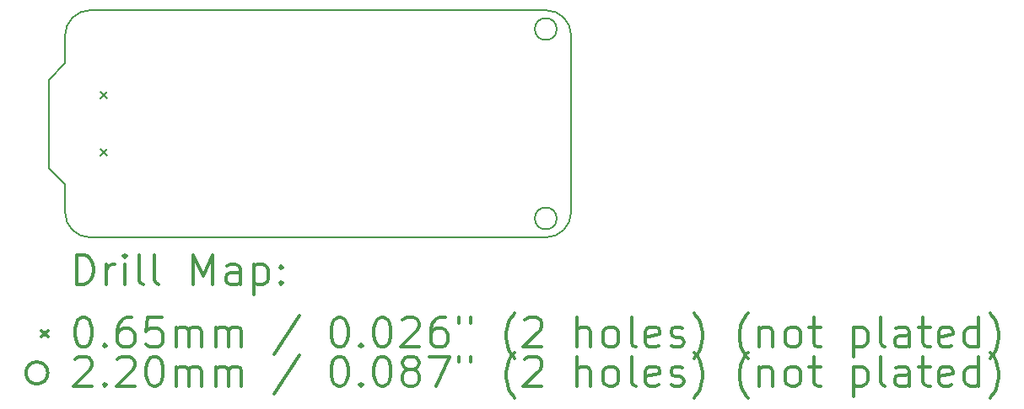
<source format=gbr>
%FSLAX45Y45*%
G04 Gerber Fmt 4.5, Leading zero omitted, Abs format (unit mm)*
G04 Created by KiCad (PCBNEW (5.1.7-0-10_14)) date 2020-10-21 09:18:24*
%MOMM*%
%LPD*%
G01*
G04 APERTURE LIST*
%TA.AperFunction,Profile*%
%ADD10C,0.150000*%
%TD*%
%ADD11C,0.200000*%
%ADD12C,0.300000*%
G04 APERTURE END LIST*
D10*
X12954000Y-10414000D02*
G75*
G02*
X12700000Y-10160000I0J254000D01*
G01*
X12700000Y-9880600D02*
X12700000Y-10160000D01*
X12534900Y-9715500D02*
X12700000Y-9880600D01*
X12534900Y-8826500D02*
X12534900Y-9715500D01*
X12534900Y-8826500D02*
X12700000Y-8661400D01*
X12700000Y-8382000D02*
X12700000Y-8661400D01*
X12700000Y-8382000D02*
G75*
G02*
X12954000Y-8128000I254000J0D01*
G01*
X17780000Y-10160000D02*
G75*
G02*
X17526000Y-10414000I-254000J0D01*
G01*
X17526000Y-8128000D02*
X12954000Y-8128000D01*
X17526000Y-8128000D02*
G75*
G02*
X17780000Y-8382000I0J-254000D01*
G01*
X12954000Y-10414000D02*
X17526000Y-10414000D01*
X17780000Y-10160000D02*
X17780000Y-8382000D01*
D11*
X13055000Y-8949100D02*
X13120000Y-9014100D01*
X13120000Y-8949100D02*
X13055000Y-9014100D01*
X13055000Y-9527100D02*
X13120000Y-9592100D01*
X13120000Y-9527100D02*
X13055000Y-9592100D01*
X17636000Y-10223500D02*
G75*
G03*
X17636000Y-10223500I-110000J0D01*
G01*
X17636000Y-8318500D02*
G75*
G03*
X17636000Y-8318500I-110000J0D01*
G01*
D12*
X12813828Y-10887214D02*
X12813828Y-10587214D01*
X12885257Y-10587214D01*
X12928114Y-10601500D01*
X12956686Y-10630072D01*
X12970971Y-10658643D01*
X12985257Y-10715786D01*
X12985257Y-10758643D01*
X12970971Y-10815786D01*
X12956686Y-10844357D01*
X12928114Y-10872929D01*
X12885257Y-10887214D01*
X12813828Y-10887214D01*
X13113828Y-10887214D02*
X13113828Y-10687214D01*
X13113828Y-10744357D02*
X13128114Y-10715786D01*
X13142400Y-10701500D01*
X13170971Y-10687214D01*
X13199543Y-10687214D01*
X13299543Y-10887214D02*
X13299543Y-10687214D01*
X13299543Y-10587214D02*
X13285257Y-10601500D01*
X13299543Y-10615786D01*
X13313828Y-10601500D01*
X13299543Y-10587214D01*
X13299543Y-10615786D01*
X13485257Y-10887214D02*
X13456686Y-10872929D01*
X13442400Y-10844357D01*
X13442400Y-10587214D01*
X13642400Y-10887214D02*
X13613828Y-10872929D01*
X13599543Y-10844357D01*
X13599543Y-10587214D01*
X13985257Y-10887214D02*
X13985257Y-10587214D01*
X14085257Y-10801500D01*
X14185257Y-10587214D01*
X14185257Y-10887214D01*
X14456686Y-10887214D02*
X14456686Y-10730072D01*
X14442400Y-10701500D01*
X14413828Y-10687214D01*
X14356686Y-10687214D01*
X14328114Y-10701500D01*
X14456686Y-10872929D02*
X14428114Y-10887214D01*
X14356686Y-10887214D01*
X14328114Y-10872929D01*
X14313828Y-10844357D01*
X14313828Y-10815786D01*
X14328114Y-10787214D01*
X14356686Y-10772929D01*
X14428114Y-10772929D01*
X14456686Y-10758643D01*
X14599543Y-10687214D02*
X14599543Y-10987214D01*
X14599543Y-10701500D02*
X14628114Y-10687214D01*
X14685257Y-10687214D01*
X14713828Y-10701500D01*
X14728114Y-10715786D01*
X14742400Y-10744357D01*
X14742400Y-10830072D01*
X14728114Y-10858643D01*
X14713828Y-10872929D01*
X14685257Y-10887214D01*
X14628114Y-10887214D01*
X14599543Y-10872929D01*
X14870971Y-10858643D02*
X14885257Y-10872929D01*
X14870971Y-10887214D01*
X14856686Y-10872929D01*
X14870971Y-10858643D01*
X14870971Y-10887214D01*
X14870971Y-10701500D02*
X14885257Y-10715786D01*
X14870971Y-10730072D01*
X14856686Y-10715786D01*
X14870971Y-10701500D01*
X14870971Y-10730072D01*
X12462400Y-11349000D02*
X12527400Y-11414000D01*
X12527400Y-11349000D02*
X12462400Y-11414000D01*
X12870971Y-11217214D02*
X12899543Y-11217214D01*
X12928114Y-11231500D01*
X12942400Y-11245786D01*
X12956686Y-11274357D01*
X12970971Y-11331500D01*
X12970971Y-11402929D01*
X12956686Y-11460071D01*
X12942400Y-11488643D01*
X12928114Y-11502929D01*
X12899543Y-11517214D01*
X12870971Y-11517214D01*
X12842400Y-11502929D01*
X12828114Y-11488643D01*
X12813828Y-11460071D01*
X12799543Y-11402929D01*
X12799543Y-11331500D01*
X12813828Y-11274357D01*
X12828114Y-11245786D01*
X12842400Y-11231500D01*
X12870971Y-11217214D01*
X13099543Y-11488643D02*
X13113828Y-11502929D01*
X13099543Y-11517214D01*
X13085257Y-11502929D01*
X13099543Y-11488643D01*
X13099543Y-11517214D01*
X13370971Y-11217214D02*
X13313828Y-11217214D01*
X13285257Y-11231500D01*
X13270971Y-11245786D01*
X13242400Y-11288643D01*
X13228114Y-11345786D01*
X13228114Y-11460071D01*
X13242400Y-11488643D01*
X13256686Y-11502929D01*
X13285257Y-11517214D01*
X13342400Y-11517214D01*
X13370971Y-11502929D01*
X13385257Y-11488643D01*
X13399543Y-11460071D01*
X13399543Y-11388643D01*
X13385257Y-11360071D01*
X13370971Y-11345786D01*
X13342400Y-11331500D01*
X13285257Y-11331500D01*
X13256686Y-11345786D01*
X13242400Y-11360071D01*
X13228114Y-11388643D01*
X13670971Y-11217214D02*
X13528114Y-11217214D01*
X13513828Y-11360071D01*
X13528114Y-11345786D01*
X13556686Y-11331500D01*
X13628114Y-11331500D01*
X13656686Y-11345786D01*
X13670971Y-11360071D01*
X13685257Y-11388643D01*
X13685257Y-11460071D01*
X13670971Y-11488643D01*
X13656686Y-11502929D01*
X13628114Y-11517214D01*
X13556686Y-11517214D01*
X13528114Y-11502929D01*
X13513828Y-11488643D01*
X13813828Y-11517214D02*
X13813828Y-11317214D01*
X13813828Y-11345786D02*
X13828114Y-11331500D01*
X13856686Y-11317214D01*
X13899543Y-11317214D01*
X13928114Y-11331500D01*
X13942400Y-11360071D01*
X13942400Y-11517214D01*
X13942400Y-11360071D02*
X13956686Y-11331500D01*
X13985257Y-11317214D01*
X14028114Y-11317214D01*
X14056686Y-11331500D01*
X14070971Y-11360071D01*
X14070971Y-11517214D01*
X14213828Y-11517214D02*
X14213828Y-11317214D01*
X14213828Y-11345786D02*
X14228114Y-11331500D01*
X14256686Y-11317214D01*
X14299543Y-11317214D01*
X14328114Y-11331500D01*
X14342400Y-11360071D01*
X14342400Y-11517214D01*
X14342400Y-11360071D02*
X14356686Y-11331500D01*
X14385257Y-11317214D01*
X14428114Y-11317214D01*
X14456686Y-11331500D01*
X14470971Y-11360071D01*
X14470971Y-11517214D01*
X15056686Y-11202929D02*
X14799543Y-11588643D01*
X15442400Y-11217214D02*
X15470971Y-11217214D01*
X15499543Y-11231500D01*
X15513828Y-11245786D01*
X15528114Y-11274357D01*
X15542400Y-11331500D01*
X15542400Y-11402929D01*
X15528114Y-11460071D01*
X15513828Y-11488643D01*
X15499543Y-11502929D01*
X15470971Y-11517214D01*
X15442400Y-11517214D01*
X15413828Y-11502929D01*
X15399543Y-11488643D01*
X15385257Y-11460071D01*
X15370971Y-11402929D01*
X15370971Y-11331500D01*
X15385257Y-11274357D01*
X15399543Y-11245786D01*
X15413828Y-11231500D01*
X15442400Y-11217214D01*
X15670971Y-11488643D02*
X15685257Y-11502929D01*
X15670971Y-11517214D01*
X15656686Y-11502929D01*
X15670971Y-11488643D01*
X15670971Y-11517214D01*
X15870971Y-11217214D02*
X15899543Y-11217214D01*
X15928114Y-11231500D01*
X15942400Y-11245786D01*
X15956686Y-11274357D01*
X15970971Y-11331500D01*
X15970971Y-11402929D01*
X15956686Y-11460071D01*
X15942400Y-11488643D01*
X15928114Y-11502929D01*
X15899543Y-11517214D01*
X15870971Y-11517214D01*
X15842400Y-11502929D01*
X15828114Y-11488643D01*
X15813828Y-11460071D01*
X15799543Y-11402929D01*
X15799543Y-11331500D01*
X15813828Y-11274357D01*
X15828114Y-11245786D01*
X15842400Y-11231500D01*
X15870971Y-11217214D01*
X16085257Y-11245786D02*
X16099543Y-11231500D01*
X16128114Y-11217214D01*
X16199543Y-11217214D01*
X16228114Y-11231500D01*
X16242400Y-11245786D01*
X16256686Y-11274357D01*
X16256686Y-11302929D01*
X16242400Y-11345786D01*
X16070971Y-11517214D01*
X16256686Y-11517214D01*
X16513828Y-11217214D02*
X16456686Y-11217214D01*
X16428114Y-11231500D01*
X16413828Y-11245786D01*
X16385257Y-11288643D01*
X16370971Y-11345786D01*
X16370971Y-11460071D01*
X16385257Y-11488643D01*
X16399543Y-11502929D01*
X16428114Y-11517214D01*
X16485257Y-11517214D01*
X16513828Y-11502929D01*
X16528114Y-11488643D01*
X16542400Y-11460071D01*
X16542400Y-11388643D01*
X16528114Y-11360071D01*
X16513828Y-11345786D01*
X16485257Y-11331500D01*
X16428114Y-11331500D01*
X16399543Y-11345786D01*
X16385257Y-11360071D01*
X16370971Y-11388643D01*
X16656686Y-11217214D02*
X16656686Y-11274357D01*
X16770971Y-11217214D02*
X16770971Y-11274357D01*
X17213828Y-11631500D02*
X17199543Y-11617214D01*
X17170971Y-11574357D01*
X17156686Y-11545786D01*
X17142400Y-11502929D01*
X17128114Y-11431500D01*
X17128114Y-11374357D01*
X17142400Y-11302929D01*
X17156686Y-11260071D01*
X17170971Y-11231500D01*
X17199543Y-11188643D01*
X17213828Y-11174357D01*
X17313828Y-11245786D02*
X17328114Y-11231500D01*
X17356686Y-11217214D01*
X17428114Y-11217214D01*
X17456686Y-11231500D01*
X17470971Y-11245786D01*
X17485257Y-11274357D01*
X17485257Y-11302929D01*
X17470971Y-11345786D01*
X17299543Y-11517214D01*
X17485257Y-11517214D01*
X17842400Y-11517214D02*
X17842400Y-11217214D01*
X17970971Y-11517214D02*
X17970971Y-11360071D01*
X17956686Y-11331500D01*
X17928114Y-11317214D01*
X17885257Y-11317214D01*
X17856686Y-11331500D01*
X17842400Y-11345786D01*
X18156686Y-11517214D02*
X18128114Y-11502929D01*
X18113828Y-11488643D01*
X18099543Y-11460071D01*
X18099543Y-11374357D01*
X18113828Y-11345786D01*
X18128114Y-11331500D01*
X18156686Y-11317214D01*
X18199543Y-11317214D01*
X18228114Y-11331500D01*
X18242400Y-11345786D01*
X18256686Y-11374357D01*
X18256686Y-11460071D01*
X18242400Y-11488643D01*
X18228114Y-11502929D01*
X18199543Y-11517214D01*
X18156686Y-11517214D01*
X18428114Y-11517214D02*
X18399543Y-11502929D01*
X18385257Y-11474357D01*
X18385257Y-11217214D01*
X18656686Y-11502929D02*
X18628114Y-11517214D01*
X18570971Y-11517214D01*
X18542400Y-11502929D01*
X18528114Y-11474357D01*
X18528114Y-11360071D01*
X18542400Y-11331500D01*
X18570971Y-11317214D01*
X18628114Y-11317214D01*
X18656686Y-11331500D01*
X18670971Y-11360071D01*
X18670971Y-11388643D01*
X18528114Y-11417214D01*
X18785257Y-11502929D02*
X18813828Y-11517214D01*
X18870971Y-11517214D01*
X18899543Y-11502929D01*
X18913828Y-11474357D01*
X18913828Y-11460071D01*
X18899543Y-11431500D01*
X18870971Y-11417214D01*
X18828114Y-11417214D01*
X18799543Y-11402929D01*
X18785257Y-11374357D01*
X18785257Y-11360071D01*
X18799543Y-11331500D01*
X18828114Y-11317214D01*
X18870971Y-11317214D01*
X18899543Y-11331500D01*
X19013828Y-11631500D02*
X19028114Y-11617214D01*
X19056686Y-11574357D01*
X19070971Y-11545786D01*
X19085257Y-11502929D01*
X19099543Y-11431500D01*
X19099543Y-11374357D01*
X19085257Y-11302929D01*
X19070971Y-11260071D01*
X19056686Y-11231500D01*
X19028114Y-11188643D01*
X19013828Y-11174357D01*
X19556686Y-11631500D02*
X19542400Y-11617214D01*
X19513828Y-11574357D01*
X19499543Y-11545786D01*
X19485257Y-11502929D01*
X19470971Y-11431500D01*
X19470971Y-11374357D01*
X19485257Y-11302929D01*
X19499543Y-11260071D01*
X19513828Y-11231500D01*
X19542400Y-11188643D01*
X19556686Y-11174357D01*
X19670971Y-11317214D02*
X19670971Y-11517214D01*
X19670971Y-11345786D02*
X19685257Y-11331500D01*
X19713828Y-11317214D01*
X19756686Y-11317214D01*
X19785257Y-11331500D01*
X19799543Y-11360071D01*
X19799543Y-11517214D01*
X19985257Y-11517214D02*
X19956686Y-11502929D01*
X19942400Y-11488643D01*
X19928114Y-11460071D01*
X19928114Y-11374357D01*
X19942400Y-11345786D01*
X19956686Y-11331500D01*
X19985257Y-11317214D01*
X20028114Y-11317214D01*
X20056686Y-11331500D01*
X20070971Y-11345786D01*
X20085257Y-11374357D01*
X20085257Y-11460071D01*
X20070971Y-11488643D01*
X20056686Y-11502929D01*
X20028114Y-11517214D01*
X19985257Y-11517214D01*
X20170971Y-11317214D02*
X20285257Y-11317214D01*
X20213828Y-11217214D02*
X20213828Y-11474357D01*
X20228114Y-11502929D01*
X20256686Y-11517214D01*
X20285257Y-11517214D01*
X20613828Y-11317214D02*
X20613828Y-11617214D01*
X20613828Y-11331500D02*
X20642400Y-11317214D01*
X20699543Y-11317214D01*
X20728114Y-11331500D01*
X20742400Y-11345786D01*
X20756686Y-11374357D01*
X20756686Y-11460071D01*
X20742400Y-11488643D01*
X20728114Y-11502929D01*
X20699543Y-11517214D01*
X20642400Y-11517214D01*
X20613828Y-11502929D01*
X20928114Y-11517214D02*
X20899543Y-11502929D01*
X20885257Y-11474357D01*
X20885257Y-11217214D01*
X21170971Y-11517214D02*
X21170971Y-11360071D01*
X21156686Y-11331500D01*
X21128114Y-11317214D01*
X21070971Y-11317214D01*
X21042400Y-11331500D01*
X21170971Y-11502929D02*
X21142400Y-11517214D01*
X21070971Y-11517214D01*
X21042400Y-11502929D01*
X21028114Y-11474357D01*
X21028114Y-11445786D01*
X21042400Y-11417214D01*
X21070971Y-11402929D01*
X21142400Y-11402929D01*
X21170971Y-11388643D01*
X21270971Y-11317214D02*
X21385257Y-11317214D01*
X21313828Y-11217214D02*
X21313828Y-11474357D01*
X21328114Y-11502929D01*
X21356686Y-11517214D01*
X21385257Y-11517214D01*
X21599543Y-11502929D02*
X21570971Y-11517214D01*
X21513828Y-11517214D01*
X21485257Y-11502929D01*
X21470971Y-11474357D01*
X21470971Y-11360071D01*
X21485257Y-11331500D01*
X21513828Y-11317214D01*
X21570971Y-11317214D01*
X21599543Y-11331500D01*
X21613828Y-11360071D01*
X21613828Y-11388643D01*
X21470971Y-11417214D01*
X21870971Y-11517214D02*
X21870971Y-11217214D01*
X21870971Y-11502929D02*
X21842400Y-11517214D01*
X21785257Y-11517214D01*
X21756686Y-11502929D01*
X21742400Y-11488643D01*
X21728114Y-11460071D01*
X21728114Y-11374357D01*
X21742400Y-11345786D01*
X21756686Y-11331500D01*
X21785257Y-11317214D01*
X21842400Y-11317214D01*
X21870971Y-11331500D01*
X21985257Y-11631500D02*
X21999543Y-11617214D01*
X22028114Y-11574357D01*
X22042400Y-11545786D01*
X22056686Y-11502929D01*
X22070971Y-11431500D01*
X22070971Y-11374357D01*
X22056686Y-11302929D01*
X22042400Y-11260071D01*
X22028114Y-11231500D01*
X21999543Y-11188643D01*
X21985257Y-11174357D01*
X12527400Y-11777500D02*
G75*
G03*
X12527400Y-11777500I-110000J0D01*
G01*
X12799543Y-11641786D02*
X12813828Y-11627500D01*
X12842400Y-11613214D01*
X12913828Y-11613214D01*
X12942400Y-11627500D01*
X12956686Y-11641786D01*
X12970971Y-11670357D01*
X12970971Y-11698929D01*
X12956686Y-11741786D01*
X12785257Y-11913214D01*
X12970971Y-11913214D01*
X13099543Y-11884643D02*
X13113828Y-11898929D01*
X13099543Y-11913214D01*
X13085257Y-11898929D01*
X13099543Y-11884643D01*
X13099543Y-11913214D01*
X13228114Y-11641786D02*
X13242400Y-11627500D01*
X13270971Y-11613214D01*
X13342400Y-11613214D01*
X13370971Y-11627500D01*
X13385257Y-11641786D01*
X13399543Y-11670357D01*
X13399543Y-11698929D01*
X13385257Y-11741786D01*
X13213828Y-11913214D01*
X13399543Y-11913214D01*
X13585257Y-11613214D02*
X13613828Y-11613214D01*
X13642400Y-11627500D01*
X13656686Y-11641786D01*
X13670971Y-11670357D01*
X13685257Y-11727500D01*
X13685257Y-11798929D01*
X13670971Y-11856071D01*
X13656686Y-11884643D01*
X13642400Y-11898929D01*
X13613828Y-11913214D01*
X13585257Y-11913214D01*
X13556686Y-11898929D01*
X13542400Y-11884643D01*
X13528114Y-11856071D01*
X13513828Y-11798929D01*
X13513828Y-11727500D01*
X13528114Y-11670357D01*
X13542400Y-11641786D01*
X13556686Y-11627500D01*
X13585257Y-11613214D01*
X13813828Y-11913214D02*
X13813828Y-11713214D01*
X13813828Y-11741786D02*
X13828114Y-11727500D01*
X13856686Y-11713214D01*
X13899543Y-11713214D01*
X13928114Y-11727500D01*
X13942400Y-11756071D01*
X13942400Y-11913214D01*
X13942400Y-11756071D02*
X13956686Y-11727500D01*
X13985257Y-11713214D01*
X14028114Y-11713214D01*
X14056686Y-11727500D01*
X14070971Y-11756071D01*
X14070971Y-11913214D01*
X14213828Y-11913214D02*
X14213828Y-11713214D01*
X14213828Y-11741786D02*
X14228114Y-11727500D01*
X14256686Y-11713214D01*
X14299543Y-11713214D01*
X14328114Y-11727500D01*
X14342400Y-11756071D01*
X14342400Y-11913214D01*
X14342400Y-11756071D02*
X14356686Y-11727500D01*
X14385257Y-11713214D01*
X14428114Y-11713214D01*
X14456686Y-11727500D01*
X14470971Y-11756071D01*
X14470971Y-11913214D01*
X15056686Y-11598929D02*
X14799543Y-11984643D01*
X15442400Y-11613214D02*
X15470971Y-11613214D01*
X15499543Y-11627500D01*
X15513828Y-11641786D01*
X15528114Y-11670357D01*
X15542400Y-11727500D01*
X15542400Y-11798929D01*
X15528114Y-11856071D01*
X15513828Y-11884643D01*
X15499543Y-11898929D01*
X15470971Y-11913214D01*
X15442400Y-11913214D01*
X15413828Y-11898929D01*
X15399543Y-11884643D01*
X15385257Y-11856071D01*
X15370971Y-11798929D01*
X15370971Y-11727500D01*
X15385257Y-11670357D01*
X15399543Y-11641786D01*
X15413828Y-11627500D01*
X15442400Y-11613214D01*
X15670971Y-11884643D02*
X15685257Y-11898929D01*
X15670971Y-11913214D01*
X15656686Y-11898929D01*
X15670971Y-11884643D01*
X15670971Y-11913214D01*
X15870971Y-11613214D02*
X15899543Y-11613214D01*
X15928114Y-11627500D01*
X15942400Y-11641786D01*
X15956686Y-11670357D01*
X15970971Y-11727500D01*
X15970971Y-11798929D01*
X15956686Y-11856071D01*
X15942400Y-11884643D01*
X15928114Y-11898929D01*
X15899543Y-11913214D01*
X15870971Y-11913214D01*
X15842400Y-11898929D01*
X15828114Y-11884643D01*
X15813828Y-11856071D01*
X15799543Y-11798929D01*
X15799543Y-11727500D01*
X15813828Y-11670357D01*
X15828114Y-11641786D01*
X15842400Y-11627500D01*
X15870971Y-11613214D01*
X16142400Y-11741786D02*
X16113828Y-11727500D01*
X16099543Y-11713214D01*
X16085257Y-11684643D01*
X16085257Y-11670357D01*
X16099543Y-11641786D01*
X16113828Y-11627500D01*
X16142400Y-11613214D01*
X16199543Y-11613214D01*
X16228114Y-11627500D01*
X16242400Y-11641786D01*
X16256686Y-11670357D01*
X16256686Y-11684643D01*
X16242400Y-11713214D01*
X16228114Y-11727500D01*
X16199543Y-11741786D01*
X16142400Y-11741786D01*
X16113828Y-11756071D01*
X16099543Y-11770357D01*
X16085257Y-11798929D01*
X16085257Y-11856071D01*
X16099543Y-11884643D01*
X16113828Y-11898929D01*
X16142400Y-11913214D01*
X16199543Y-11913214D01*
X16228114Y-11898929D01*
X16242400Y-11884643D01*
X16256686Y-11856071D01*
X16256686Y-11798929D01*
X16242400Y-11770357D01*
X16228114Y-11756071D01*
X16199543Y-11741786D01*
X16356686Y-11613214D02*
X16556686Y-11613214D01*
X16428114Y-11913214D01*
X16656686Y-11613214D02*
X16656686Y-11670357D01*
X16770971Y-11613214D02*
X16770971Y-11670357D01*
X17213828Y-12027500D02*
X17199543Y-12013214D01*
X17170971Y-11970357D01*
X17156686Y-11941786D01*
X17142400Y-11898929D01*
X17128114Y-11827500D01*
X17128114Y-11770357D01*
X17142400Y-11698929D01*
X17156686Y-11656071D01*
X17170971Y-11627500D01*
X17199543Y-11584643D01*
X17213828Y-11570357D01*
X17313828Y-11641786D02*
X17328114Y-11627500D01*
X17356686Y-11613214D01*
X17428114Y-11613214D01*
X17456686Y-11627500D01*
X17470971Y-11641786D01*
X17485257Y-11670357D01*
X17485257Y-11698929D01*
X17470971Y-11741786D01*
X17299543Y-11913214D01*
X17485257Y-11913214D01*
X17842400Y-11913214D02*
X17842400Y-11613214D01*
X17970971Y-11913214D02*
X17970971Y-11756071D01*
X17956686Y-11727500D01*
X17928114Y-11713214D01*
X17885257Y-11713214D01*
X17856686Y-11727500D01*
X17842400Y-11741786D01*
X18156686Y-11913214D02*
X18128114Y-11898929D01*
X18113828Y-11884643D01*
X18099543Y-11856071D01*
X18099543Y-11770357D01*
X18113828Y-11741786D01*
X18128114Y-11727500D01*
X18156686Y-11713214D01*
X18199543Y-11713214D01*
X18228114Y-11727500D01*
X18242400Y-11741786D01*
X18256686Y-11770357D01*
X18256686Y-11856071D01*
X18242400Y-11884643D01*
X18228114Y-11898929D01*
X18199543Y-11913214D01*
X18156686Y-11913214D01*
X18428114Y-11913214D02*
X18399543Y-11898929D01*
X18385257Y-11870357D01*
X18385257Y-11613214D01*
X18656686Y-11898929D02*
X18628114Y-11913214D01*
X18570971Y-11913214D01*
X18542400Y-11898929D01*
X18528114Y-11870357D01*
X18528114Y-11756071D01*
X18542400Y-11727500D01*
X18570971Y-11713214D01*
X18628114Y-11713214D01*
X18656686Y-11727500D01*
X18670971Y-11756071D01*
X18670971Y-11784643D01*
X18528114Y-11813214D01*
X18785257Y-11898929D02*
X18813828Y-11913214D01*
X18870971Y-11913214D01*
X18899543Y-11898929D01*
X18913828Y-11870357D01*
X18913828Y-11856071D01*
X18899543Y-11827500D01*
X18870971Y-11813214D01*
X18828114Y-11813214D01*
X18799543Y-11798929D01*
X18785257Y-11770357D01*
X18785257Y-11756071D01*
X18799543Y-11727500D01*
X18828114Y-11713214D01*
X18870971Y-11713214D01*
X18899543Y-11727500D01*
X19013828Y-12027500D02*
X19028114Y-12013214D01*
X19056686Y-11970357D01*
X19070971Y-11941786D01*
X19085257Y-11898929D01*
X19099543Y-11827500D01*
X19099543Y-11770357D01*
X19085257Y-11698929D01*
X19070971Y-11656071D01*
X19056686Y-11627500D01*
X19028114Y-11584643D01*
X19013828Y-11570357D01*
X19556686Y-12027500D02*
X19542400Y-12013214D01*
X19513828Y-11970357D01*
X19499543Y-11941786D01*
X19485257Y-11898929D01*
X19470971Y-11827500D01*
X19470971Y-11770357D01*
X19485257Y-11698929D01*
X19499543Y-11656071D01*
X19513828Y-11627500D01*
X19542400Y-11584643D01*
X19556686Y-11570357D01*
X19670971Y-11713214D02*
X19670971Y-11913214D01*
X19670971Y-11741786D02*
X19685257Y-11727500D01*
X19713828Y-11713214D01*
X19756686Y-11713214D01*
X19785257Y-11727500D01*
X19799543Y-11756071D01*
X19799543Y-11913214D01*
X19985257Y-11913214D02*
X19956686Y-11898929D01*
X19942400Y-11884643D01*
X19928114Y-11856071D01*
X19928114Y-11770357D01*
X19942400Y-11741786D01*
X19956686Y-11727500D01*
X19985257Y-11713214D01*
X20028114Y-11713214D01*
X20056686Y-11727500D01*
X20070971Y-11741786D01*
X20085257Y-11770357D01*
X20085257Y-11856071D01*
X20070971Y-11884643D01*
X20056686Y-11898929D01*
X20028114Y-11913214D01*
X19985257Y-11913214D01*
X20170971Y-11713214D02*
X20285257Y-11713214D01*
X20213828Y-11613214D02*
X20213828Y-11870357D01*
X20228114Y-11898929D01*
X20256686Y-11913214D01*
X20285257Y-11913214D01*
X20613828Y-11713214D02*
X20613828Y-12013214D01*
X20613828Y-11727500D02*
X20642400Y-11713214D01*
X20699543Y-11713214D01*
X20728114Y-11727500D01*
X20742400Y-11741786D01*
X20756686Y-11770357D01*
X20756686Y-11856071D01*
X20742400Y-11884643D01*
X20728114Y-11898929D01*
X20699543Y-11913214D01*
X20642400Y-11913214D01*
X20613828Y-11898929D01*
X20928114Y-11913214D02*
X20899543Y-11898929D01*
X20885257Y-11870357D01*
X20885257Y-11613214D01*
X21170971Y-11913214D02*
X21170971Y-11756071D01*
X21156686Y-11727500D01*
X21128114Y-11713214D01*
X21070971Y-11713214D01*
X21042400Y-11727500D01*
X21170971Y-11898929D02*
X21142400Y-11913214D01*
X21070971Y-11913214D01*
X21042400Y-11898929D01*
X21028114Y-11870357D01*
X21028114Y-11841786D01*
X21042400Y-11813214D01*
X21070971Y-11798929D01*
X21142400Y-11798929D01*
X21170971Y-11784643D01*
X21270971Y-11713214D02*
X21385257Y-11713214D01*
X21313828Y-11613214D02*
X21313828Y-11870357D01*
X21328114Y-11898929D01*
X21356686Y-11913214D01*
X21385257Y-11913214D01*
X21599543Y-11898929D02*
X21570971Y-11913214D01*
X21513828Y-11913214D01*
X21485257Y-11898929D01*
X21470971Y-11870357D01*
X21470971Y-11756071D01*
X21485257Y-11727500D01*
X21513828Y-11713214D01*
X21570971Y-11713214D01*
X21599543Y-11727500D01*
X21613828Y-11756071D01*
X21613828Y-11784643D01*
X21470971Y-11813214D01*
X21870971Y-11913214D02*
X21870971Y-11613214D01*
X21870971Y-11898929D02*
X21842400Y-11913214D01*
X21785257Y-11913214D01*
X21756686Y-11898929D01*
X21742400Y-11884643D01*
X21728114Y-11856071D01*
X21728114Y-11770357D01*
X21742400Y-11741786D01*
X21756686Y-11727500D01*
X21785257Y-11713214D01*
X21842400Y-11713214D01*
X21870971Y-11727500D01*
X21985257Y-12027500D02*
X21999543Y-12013214D01*
X22028114Y-11970357D01*
X22042400Y-11941786D01*
X22056686Y-11898929D01*
X22070971Y-11827500D01*
X22070971Y-11770357D01*
X22056686Y-11698929D01*
X22042400Y-11656071D01*
X22028114Y-11627500D01*
X21999543Y-11584643D01*
X21985257Y-11570357D01*
M02*

</source>
